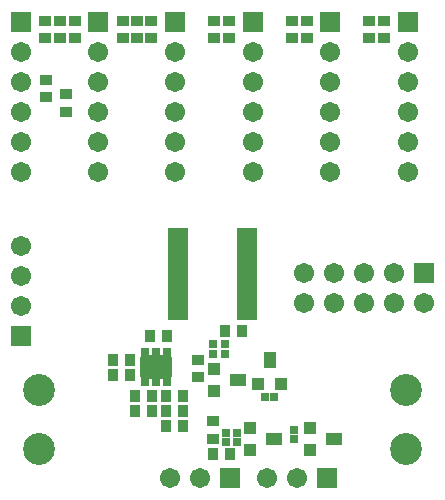
<source format=gts>
G04*
G04 #@! TF.GenerationSoftware,Altium Limited,Altium Designer,19.0.10 (269)*
G04*
G04 Layer_Color=8388736*
%FSLAX25Y25*%
%MOIN*%
G70*
G01*
G75*
%ADD30R,0.03950X0.03753*%
%ADD31R,0.03753X0.03950*%
%ADD32R,0.05800X0.04400*%
%ADD33R,0.04400X0.04400*%
%ADD34R,0.02572X0.02572*%
%ADD35R,0.06706X0.02572*%
G04:AMPARAMS|DCode=36|XSize=76.9mil|YSize=106.42mil|CornerRadius=7.45mil|HoleSize=0mil|Usage=FLASHONLY|Rotation=270.000|XOffset=0mil|YOffset=0mil|HoleType=Round|Shape=RoundedRectangle|*
%AMROUNDEDRECTD36*
21,1,0.07690,0.09153,0,0,270.0*
21,1,0.06201,0.10642,0,0,270.0*
1,1,0.01489,-0.04577,-0.03100*
1,1,0.01489,-0.04577,0.03100*
1,1,0.01489,0.04577,0.03100*
1,1,0.01489,0.04577,-0.03100*
%
%ADD36ROUNDEDRECTD36*%
%ADD37R,0.02572X0.02769*%
%ADD38R,0.02572X0.02572*%
%ADD39R,0.04400X0.05800*%
%ADD40R,0.04400X0.04400*%
%ADD41R,0.06706X0.06706*%
%ADD42C,0.06706*%
%ADD43R,0.06706X0.06706*%
%ADD44C,0.10642*%
D30*
X214000Y227854D02*
D03*
Y222146D02*
D03*
X209000Y242646D02*
D03*
Y248354D02*
D03*
X184000Y361354D02*
D03*
Y355646D02*
D03*
X168000Y361354D02*
D03*
Y355646D02*
D03*
X163000Y361354D02*
D03*
Y355646D02*
D03*
X158000Y361354D02*
D03*
Y355646D02*
D03*
X158500Y341609D02*
D03*
Y335900D02*
D03*
X165233Y331146D02*
D03*
Y336854D02*
D03*
X219500Y361354D02*
D03*
Y355646D02*
D03*
X214500Y361354D02*
D03*
Y355646D02*
D03*
X193500Y361354D02*
D03*
Y355646D02*
D03*
X188661Y361354D02*
D03*
Y355646D02*
D03*
X271000Y361354D02*
D03*
Y355646D02*
D03*
X266000Y361354D02*
D03*
Y355646D02*
D03*
X245500Y361354D02*
D03*
Y355646D02*
D03*
X240500Y361354D02*
D03*
Y355646D02*
D03*
D31*
X223854Y258000D02*
D03*
X218146D02*
D03*
X219854Y217000D02*
D03*
X214146D02*
D03*
X198500Y236500D02*
D03*
X204209D02*
D03*
X198500Y231500D02*
D03*
X204209D02*
D03*
X198500Y226500D02*
D03*
X204209D02*
D03*
X186500Y243500D02*
D03*
X180791D02*
D03*
X186500Y248500D02*
D03*
X180791D02*
D03*
X193854Y236500D02*
D03*
X188146D02*
D03*
X193146Y256386D02*
D03*
X198854D02*
D03*
X188146Y231500D02*
D03*
X193854D02*
D03*
D32*
X254500Y222000D02*
D03*
X234500D02*
D03*
X222500Y241750D02*
D03*
D33*
X246500Y225750D02*
D03*
Y218250D02*
D03*
X226500Y225750D02*
D03*
Y218250D02*
D03*
X214500Y245500D02*
D03*
Y238000D02*
D03*
D34*
X241000Y221925D02*
D03*
Y225075D02*
D03*
X218500Y220925D02*
D03*
Y224075D02*
D03*
X222000Y220925D02*
D03*
Y224075D02*
D03*
X218146Y253575D02*
D03*
Y250425D02*
D03*
X214000Y253575D02*
D03*
Y250425D02*
D03*
D35*
X202583Y268043D02*
D03*
X225417Y278279D02*
D03*
X202583Y270602D02*
D03*
Y273161D02*
D03*
Y275721D02*
D03*
Y291075D02*
D03*
X225417Y280839D02*
D03*
X202583Y288516D02*
D03*
X225417Y283398D02*
D03*
Y288516D02*
D03*
Y291075D02*
D03*
Y285957D02*
D03*
X202583Y278279D02*
D03*
Y280839D02*
D03*
Y285957D02*
D03*
Y283398D02*
D03*
X225417Y265484D02*
D03*
Y268043D02*
D03*
Y262925D02*
D03*
X202583D02*
D03*
Y265484D02*
D03*
X225417Y270602D02*
D03*
Y273161D02*
D03*
Y275721D02*
D03*
D36*
X195146Y246000D02*
D03*
D37*
X198886Y240882D02*
D03*
X191405Y251118D02*
D03*
X198886D02*
D03*
X191405Y240882D02*
D03*
X195146D02*
D03*
X195146Y251118D02*
D03*
D38*
X234575Y236000D02*
D03*
X231425D02*
D03*
D39*
X233000Y248500D02*
D03*
D40*
X229250Y240500D02*
D03*
X236750D02*
D03*
D41*
X219886Y209000D02*
D03*
X252000D02*
D03*
X284500Y277500D02*
D03*
D42*
X209886Y209000D02*
D03*
X199886D02*
D03*
X175800Y351000D02*
D03*
Y341000D02*
D03*
Y331000D02*
D03*
Y321000D02*
D03*
Y311000D02*
D03*
X150000Y351000D02*
D03*
Y341000D02*
D03*
Y331000D02*
D03*
Y321000D02*
D03*
Y311000D02*
D03*
Y266500D02*
D03*
Y276500D02*
D03*
Y286500D02*
D03*
X227400Y351000D02*
D03*
Y341000D02*
D03*
Y331000D02*
D03*
Y321000D02*
D03*
Y311000D02*
D03*
X201600Y351000D02*
D03*
Y341000D02*
D03*
Y331000D02*
D03*
Y321000D02*
D03*
Y311000D02*
D03*
X242000Y209000D02*
D03*
X232000D02*
D03*
X254500Y267500D02*
D03*
Y277500D02*
D03*
X264500Y267500D02*
D03*
Y277500D02*
D03*
X274500Y267500D02*
D03*
Y277500D02*
D03*
X284500Y267500D02*
D03*
X244500D02*
D03*
Y277500D02*
D03*
X279000Y351000D02*
D03*
Y341000D02*
D03*
Y331000D02*
D03*
Y321000D02*
D03*
Y311000D02*
D03*
X253200Y351000D02*
D03*
Y341000D02*
D03*
Y331000D02*
D03*
Y321000D02*
D03*
Y311000D02*
D03*
D43*
X175800Y361000D02*
D03*
X150000D02*
D03*
Y256500D02*
D03*
X227400Y361000D02*
D03*
X201600D02*
D03*
X279000D02*
D03*
X253200D02*
D03*
D44*
X278500Y238342D02*
D03*
Y218657D02*
D03*
X156000D02*
D03*
Y238342D02*
D03*
M02*

</source>
